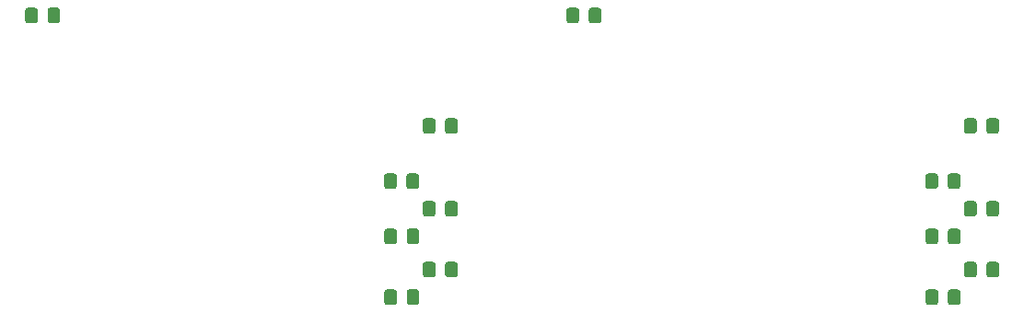
<source format=gtp>
G04 #@! TF.GenerationSoftware,KiCad,Pcbnew,5.1.5+dfsg1-2build2*
G04 #@! TF.CreationDate,2022-06-18T16:31:26+03:00*
G04 #@! TF.ProjectId,pico-panel,7069636f-2d70-4616-9e65-6c2e6b696361,rev?*
G04 #@! TF.SameCoordinates,Original*
G04 #@! TF.FileFunction,Paste,Top*
G04 #@! TF.FilePolarity,Positive*
%FSLAX46Y46*%
G04 Gerber Fmt 4.6, Leading zero omitted, Abs format (unit mm)*
G04 Created by KiCad (PCBNEW 5.1.5+dfsg1-2build2) date 2022-06-18 16:31:26*
%MOMM*%
%LPD*%
G04 APERTURE LIST*
%ADD10C,0.150000*%
G04 APERTURE END LIST*
D10*
G36*
X70701507Y-36147204D02*
G01*
X70725775Y-36150804D01*
X70749574Y-36156765D01*
X70772673Y-36165030D01*
X70794852Y-36175520D01*
X70815895Y-36188132D01*
X70835601Y-36202747D01*
X70853779Y-36219223D01*
X70870255Y-36237401D01*
X70884870Y-36257107D01*
X70897482Y-36278150D01*
X70907972Y-36300329D01*
X70916237Y-36323428D01*
X70922198Y-36347227D01*
X70925798Y-36371495D01*
X70927002Y-36395999D01*
X70927002Y-37296001D01*
X70925798Y-37320505D01*
X70922198Y-37344773D01*
X70916237Y-37368572D01*
X70907972Y-37391671D01*
X70897482Y-37413850D01*
X70884870Y-37434893D01*
X70870255Y-37454599D01*
X70853779Y-37472777D01*
X70835601Y-37489253D01*
X70815895Y-37503868D01*
X70794852Y-37516480D01*
X70772673Y-37526970D01*
X70749574Y-37535235D01*
X70725775Y-37541196D01*
X70701507Y-37544796D01*
X70677003Y-37546000D01*
X70027001Y-37546000D01*
X70002497Y-37544796D01*
X69978229Y-37541196D01*
X69954430Y-37535235D01*
X69931331Y-37526970D01*
X69909152Y-37516480D01*
X69888109Y-37503868D01*
X69868403Y-37489253D01*
X69850225Y-37472777D01*
X69833749Y-37454599D01*
X69819134Y-37434893D01*
X69806522Y-37413850D01*
X69796032Y-37391671D01*
X69787767Y-37368572D01*
X69781806Y-37344773D01*
X69778206Y-37320505D01*
X69777002Y-37296001D01*
X69777002Y-36395999D01*
X69778206Y-36371495D01*
X69781806Y-36347227D01*
X69787767Y-36323428D01*
X69796032Y-36300329D01*
X69806522Y-36278150D01*
X69819134Y-36257107D01*
X69833749Y-36237401D01*
X69850225Y-36219223D01*
X69868403Y-36202747D01*
X69888109Y-36188132D01*
X69909152Y-36175520D01*
X69931331Y-36165030D01*
X69954430Y-36156765D01*
X69978229Y-36150804D01*
X70002497Y-36147204D01*
X70027001Y-36146000D01*
X70677003Y-36146000D01*
X70701507Y-36147204D01*
G37*
G36*
X72751507Y-36147204D02*
G01*
X72775775Y-36150804D01*
X72799574Y-36156765D01*
X72822673Y-36165030D01*
X72844852Y-36175520D01*
X72865895Y-36188132D01*
X72885601Y-36202747D01*
X72903779Y-36219223D01*
X72920255Y-36237401D01*
X72934870Y-36257107D01*
X72947482Y-36278150D01*
X72957972Y-36300329D01*
X72966237Y-36323428D01*
X72972198Y-36347227D01*
X72975798Y-36371495D01*
X72977002Y-36395999D01*
X72977002Y-37296001D01*
X72975798Y-37320505D01*
X72972198Y-37344773D01*
X72966237Y-37368572D01*
X72957972Y-37391671D01*
X72947482Y-37413850D01*
X72934870Y-37434893D01*
X72920255Y-37454599D01*
X72903779Y-37472777D01*
X72885601Y-37489253D01*
X72865895Y-37503868D01*
X72844852Y-37516480D01*
X72822673Y-37526970D01*
X72799574Y-37535235D01*
X72775775Y-37541196D01*
X72751507Y-37544796D01*
X72727003Y-37546000D01*
X72077001Y-37546000D01*
X72052497Y-37544796D01*
X72028229Y-37541196D01*
X72004430Y-37535235D01*
X71981331Y-37526970D01*
X71959152Y-37516480D01*
X71938109Y-37503868D01*
X71918403Y-37489253D01*
X71900225Y-37472777D01*
X71883749Y-37454599D01*
X71869134Y-37434893D01*
X71856522Y-37413850D01*
X71846032Y-37391671D01*
X71837767Y-37368572D01*
X71831806Y-37344773D01*
X71828206Y-37320505D01*
X71827002Y-37296001D01*
X71827002Y-36395999D01*
X71828206Y-36371495D01*
X71831806Y-36347227D01*
X71837767Y-36323428D01*
X71846032Y-36300329D01*
X71856522Y-36278150D01*
X71869134Y-36257107D01*
X71883749Y-36237401D01*
X71900225Y-36219223D01*
X71918403Y-36202747D01*
X71938109Y-36188132D01*
X71959152Y-36175520D01*
X71981331Y-36165030D01*
X72004430Y-36156765D01*
X72028229Y-36150804D01*
X72052497Y-36147204D01*
X72077001Y-36146000D01*
X72727003Y-36146000D01*
X72751507Y-36147204D01*
G37*
G36*
X105771507Y-62055204D02*
G01*
X105795775Y-62058804D01*
X105819574Y-62064765D01*
X105842673Y-62073030D01*
X105864852Y-62083520D01*
X105885895Y-62096132D01*
X105905601Y-62110747D01*
X105923779Y-62127223D01*
X105940255Y-62145401D01*
X105954870Y-62165107D01*
X105967482Y-62186150D01*
X105977972Y-62208329D01*
X105986237Y-62231428D01*
X105992198Y-62255227D01*
X105995798Y-62279495D01*
X105997002Y-62303999D01*
X105997002Y-63204001D01*
X105995798Y-63228505D01*
X105992198Y-63252773D01*
X105986237Y-63276572D01*
X105977972Y-63299671D01*
X105967482Y-63321850D01*
X105954870Y-63342893D01*
X105940255Y-63362599D01*
X105923779Y-63380777D01*
X105905601Y-63397253D01*
X105885895Y-63411868D01*
X105864852Y-63424480D01*
X105842673Y-63434970D01*
X105819574Y-63443235D01*
X105795775Y-63449196D01*
X105771507Y-63452796D01*
X105747003Y-63454000D01*
X105097001Y-63454000D01*
X105072497Y-63452796D01*
X105048229Y-63449196D01*
X105024430Y-63443235D01*
X105001331Y-63434970D01*
X104979152Y-63424480D01*
X104958109Y-63411868D01*
X104938403Y-63397253D01*
X104920225Y-63380777D01*
X104903749Y-63362599D01*
X104889134Y-63342893D01*
X104876522Y-63321850D01*
X104866032Y-63299671D01*
X104857767Y-63276572D01*
X104851806Y-63252773D01*
X104848206Y-63228505D01*
X104847002Y-63204001D01*
X104847002Y-62303999D01*
X104848206Y-62279495D01*
X104851806Y-62255227D01*
X104857767Y-62231428D01*
X104866032Y-62208329D01*
X104876522Y-62186150D01*
X104889134Y-62165107D01*
X104903749Y-62145401D01*
X104920225Y-62127223D01*
X104938403Y-62110747D01*
X104958109Y-62096132D01*
X104979152Y-62083520D01*
X105001331Y-62073030D01*
X105024430Y-62064765D01*
X105048229Y-62058804D01*
X105072497Y-62055204D01*
X105097001Y-62054000D01*
X105747003Y-62054000D01*
X105771507Y-62055204D01*
G37*
G36*
X103721507Y-62055204D02*
G01*
X103745775Y-62058804D01*
X103769574Y-62064765D01*
X103792673Y-62073030D01*
X103814852Y-62083520D01*
X103835895Y-62096132D01*
X103855601Y-62110747D01*
X103873779Y-62127223D01*
X103890255Y-62145401D01*
X103904870Y-62165107D01*
X103917482Y-62186150D01*
X103927972Y-62208329D01*
X103936237Y-62231428D01*
X103942198Y-62255227D01*
X103945798Y-62279495D01*
X103947002Y-62303999D01*
X103947002Y-63204001D01*
X103945798Y-63228505D01*
X103942198Y-63252773D01*
X103936237Y-63276572D01*
X103927972Y-63299671D01*
X103917482Y-63321850D01*
X103904870Y-63342893D01*
X103890255Y-63362599D01*
X103873779Y-63380777D01*
X103855601Y-63397253D01*
X103835895Y-63411868D01*
X103814852Y-63424480D01*
X103792673Y-63434970D01*
X103769574Y-63443235D01*
X103745775Y-63449196D01*
X103721507Y-63452796D01*
X103697003Y-63454000D01*
X103047001Y-63454000D01*
X103022497Y-63452796D01*
X102998229Y-63449196D01*
X102974430Y-63443235D01*
X102951331Y-63434970D01*
X102929152Y-63424480D01*
X102908109Y-63411868D01*
X102888403Y-63397253D01*
X102870225Y-63380777D01*
X102853749Y-63362599D01*
X102839134Y-63342893D01*
X102826522Y-63321850D01*
X102816032Y-63299671D01*
X102807767Y-63276572D01*
X102801806Y-63252773D01*
X102798206Y-63228505D01*
X102797002Y-63204001D01*
X102797002Y-62303999D01*
X102798206Y-62279495D01*
X102801806Y-62255227D01*
X102807767Y-62231428D01*
X102816032Y-62208329D01*
X102826522Y-62186150D01*
X102839134Y-62165107D01*
X102853749Y-62145401D01*
X102870225Y-62127223D01*
X102888403Y-62110747D01*
X102908109Y-62096132D01*
X102929152Y-62083520D01*
X102951331Y-62073030D01*
X102974430Y-62064765D01*
X102998229Y-62058804D01*
X103022497Y-62055204D01*
X103047001Y-62054000D01*
X103697003Y-62054000D01*
X103721507Y-62055204D01*
G37*
G36*
X109318507Y-59515204D02*
G01*
X109342775Y-59518804D01*
X109366574Y-59524765D01*
X109389673Y-59533030D01*
X109411852Y-59543520D01*
X109432895Y-59556132D01*
X109452601Y-59570747D01*
X109470779Y-59587223D01*
X109487255Y-59605401D01*
X109501870Y-59625107D01*
X109514482Y-59646150D01*
X109524972Y-59668329D01*
X109533237Y-59691428D01*
X109539198Y-59715227D01*
X109542798Y-59739495D01*
X109544002Y-59763999D01*
X109544002Y-60664001D01*
X109542798Y-60688505D01*
X109539198Y-60712773D01*
X109533237Y-60736572D01*
X109524972Y-60759671D01*
X109514482Y-60781850D01*
X109501870Y-60802893D01*
X109487255Y-60822599D01*
X109470779Y-60840777D01*
X109452601Y-60857253D01*
X109432895Y-60871868D01*
X109411852Y-60884480D01*
X109389673Y-60894970D01*
X109366574Y-60903235D01*
X109342775Y-60909196D01*
X109318507Y-60912796D01*
X109294003Y-60914000D01*
X108644001Y-60914000D01*
X108619497Y-60912796D01*
X108595229Y-60909196D01*
X108571430Y-60903235D01*
X108548331Y-60894970D01*
X108526152Y-60884480D01*
X108505109Y-60871868D01*
X108485403Y-60857253D01*
X108467225Y-60840777D01*
X108450749Y-60822599D01*
X108436134Y-60802893D01*
X108423522Y-60781850D01*
X108413032Y-60759671D01*
X108404767Y-60736572D01*
X108398806Y-60712773D01*
X108395206Y-60688505D01*
X108394002Y-60664001D01*
X108394002Y-59763999D01*
X108395206Y-59739495D01*
X108398806Y-59715227D01*
X108404767Y-59691428D01*
X108413032Y-59668329D01*
X108423522Y-59646150D01*
X108436134Y-59625107D01*
X108450749Y-59605401D01*
X108467225Y-59587223D01*
X108485403Y-59570747D01*
X108505109Y-59556132D01*
X108526152Y-59543520D01*
X108548331Y-59533030D01*
X108571430Y-59524765D01*
X108595229Y-59518804D01*
X108619497Y-59515204D01*
X108644001Y-59514000D01*
X109294003Y-59514000D01*
X109318507Y-59515204D01*
G37*
G36*
X107268507Y-59515204D02*
G01*
X107292775Y-59518804D01*
X107316574Y-59524765D01*
X107339673Y-59533030D01*
X107361852Y-59543520D01*
X107382895Y-59556132D01*
X107402601Y-59570747D01*
X107420779Y-59587223D01*
X107437255Y-59605401D01*
X107451870Y-59625107D01*
X107464482Y-59646150D01*
X107474972Y-59668329D01*
X107483237Y-59691428D01*
X107489198Y-59715227D01*
X107492798Y-59739495D01*
X107494002Y-59763999D01*
X107494002Y-60664001D01*
X107492798Y-60688505D01*
X107489198Y-60712773D01*
X107483237Y-60736572D01*
X107474972Y-60759671D01*
X107464482Y-60781850D01*
X107451870Y-60802893D01*
X107437255Y-60822599D01*
X107420779Y-60840777D01*
X107402601Y-60857253D01*
X107382895Y-60871868D01*
X107361852Y-60884480D01*
X107339673Y-60894970D01*
X107316574Y-60903235D01*
X107292775Y-60909196D01*
X107268507Y-60912796D01*
X107244003Y-60914000D01*
X106594001Y-60914000D01*
X106569497Y-60912796D01*
X106545229Y-60909196D01*
X106521430Y-60903235D01*
X106498331Y-60894970D01*
X106476152Y-60884480D01*
X106455109Y-60871868D01*
X106435403Y-60857253D01*
X106417225Y-60840777D01*
X106400749Y-60822599D01*
X106386134Y-60802893D01*
X106373522Y-60781850D01*
X106363032Y-60759671D01*
X106354767Y-60736572D01*
X106348806Y-60712773D01*
X106345206Y-60688505D01*
X106344002Y-60664001D01*
X106344002Y-59763999D01*
X106345206Y-59739495D01*
X106348806Y-59715227D01*
X106354767Y-59691428D01*
X106363032Y-59668329D01*
X106373522Y-59646150D01*
X106386134Y-59625107D01*
X106400749Y-59605401D01*
X106417225Y-59587223D01*
X106435403Y-59570747D01*
X106455109Y-59556132D01*
X106476152Y-59543520D01*
X106498331Y-59533030D01*
X106521430Y-59524765D01*
X106545229Y-59518804D01*
X106569497Y-59515204D01*
X106594001Y-59514000D01*
X107244003Y-59514000D01*
X107268507Y-59515204D01*
G37*
G36*
X105771507Y-56467204D02*
G01*
X105795775Y-56470804D01*
X105819574Y-56476765D01*
X105842673Y-56485030D01*
X105864852Y-56495520D01*
X105885895Y-56508132D01*
X105905601Y-56522747D01*
X105923779Y-56539223D01*
X105940255Y-56557401D01*
X105954870Y-56577107D01*
X105967482Y-56598150D01*
X105977972Y-56620329D01*
X105986237Y-56643428D01*
X105992198Y-56667227D01*
X105995798Y-56691495D01*
X105997002Y-56715999D01*
X105997002Y-57616001D01*
X105995798Y-57640505D01*
X105992198Y-57664773D01*
X105986237Y-57688572D01*
X105977972Y-57711671D01*
X105967482Y-57733850D01*
X105954870Y-57754893D01*
X105940255Y-57774599D01*
X105923779Y-57792777D01*
X105905601Y-57809253D01*
X105885895Y-57823868D01*
X105864852Y-57836480D01*
X105842673Y-57846970D01*
X105819574Y-57855235D01*
X105795775Y-57861196D01*
X105771507Y-57864796D01*
X105747003Y-57866000D01*
X105097001Y-57866000D01*
X105072497Y-57864796D01*
X105048229Y-57861196D01*
X105024430Y-57855235D01*
X105001331Y-57846970D01*
X104979152Y-57836480D01*
X104958109Y-57823868D01*
X104938403Y-57809253D01*
X104920225Y-57792777D01*
X104903749Y-57774599D01*
X104889134Y-57754893D01*
X104876522Y-57733850D01*
X104866032Y-57711671D01*
X104857767Y-57688572D01*
X104851806Y-57664773D01*
X104848206Y-57640505D01*
X104847002Y-57616001D01*
X104847002Y-56715999D01*
X104848206Y-56691495D01*
X104851806Y-56667227D01*
X104857767Y-56643428D01*
X104866032Y-56620329D01*
X104876522Y-56598150D01*
X104889134Y-56577107D01*
X104903749Y-56557401D01*
X104920225Y-56539223D01*
X104938403Y-56522747D01*
X104958109Y-56508132D01*
X104979152Y-56495520D01*
X105001331Y-56485030D01*
X105024430Y-56476765D01*
X105048229Y-56470804D01*
X105072497Y-56467204D01*
X105097001Y-56466000D01*
X105747003Y-56466000D01*
X105771507Y-56467204D01*
G37*
G36*
X103721507Y-56467204D02*
G01*
X103745775Y-56470804D01*
X103769574Y-56476765D01*
X103792673Y-56485030D01*
X103814852Y-56495520D01*
X103835895Y-56508132D01*
X103855601Y-56522747D01*
X103873779Y-56539223D01*
X103890255Y-56557401D01*
X103904870Y-56577107D01*
X103917482Y-56598150D01*
X103927972Y-56620329D01*
X103936237Y-56643428D01*
X103942198Y-56667227D01*
X103945798Y-56691495D01*
X103947002Y-56715999D01*
X103947002Y-57616001D01*
X103945798Y-57640505D01*
X103942198Y-57664773D01*
X103936237Y-57688572D01*
X103927972Y-57711671D01*
X103917482Y-57733850D01*
X103904870Y-57754893D01*
X103890255Y-57774599D01*
X103873779Y-57792777D01*
X103855601Y-57809253D01*
X103835895Y-57823868D01*
X103814852Y-57836480D01*
X103792673Y-57846970D01*
X103769574Y-57855235D01*
X103745775Y-57861196D01*
X103721507Y-57864796D01*
X103697003Y-57866000D01*
X103047001Y-57866000D01*
X103022497Y-57864796D01*
X102998229Y-57861196D01*
X102974430Y-57855235D01*
X102951331Y-57846970D01*
X102929152Y-57836480D01*
X102908109Y-57823868D01*
X102888403Y-57809253D01*
X102870225Y-57792777D01*
X102853749Y-57774599D01*
X102839134Y-57754893D01*
X102826522Y-57733850D01*
X102816032Y-57711671D01*
X102807767Y-57688572D01*
X102801806Y-57664773D01*
X102798206Y-57640505D01*
X102797002Y-57616001D01*
X102797002Y-56715999D01*
X102798206Y-56691495D01*
X102801806Y-56667227D01*
X102807767Y-56643428D01*
X102816032Y-56620329D01*
X102826522Y-56598150D01*
X102839134Y-56577107D01*
X102853749Y-56557401D01*
X102870225Y-56539223D01*
X102888403Y-56522747D01*
X102908109Y-56508132D01*
X102929152Y-56495520D01*
X102951331Y-56485030D01*
X102974430Y-56476765D01*
X102998229Y-56470804D01*
X103022497Y-56467204D01*
X103047001Y-56466000D01*
X103697003Y-56466000D01*
X103721507Y-56467204D01*
G37*
G36*
X109309507Y-53927204D02*
G01*
X109333775Y-53930804D01*
X109357574Y-53936765D01*
X109380673Y-53945030D01*
X109402852Y-53955520D01*
X109423895Y-53968132D01*
X109443601Y-53982747D01*
X109461779Y-53999223D01*
X109478255Y-54017401D01*
X109492870Y-54037107D01*
X109505482Y-54058150D01*
X109515972Y-54080329D01*
X109524237Y-54103428D01*
X109530198Y-54127227D01*
X109533798Y-54151495D01*
X109535002Y-54175999D01*
X109535002Y-55076001D01*
X109533798Y-55100505D01*
X109530198Y-55124773D01*
X109524237Y-55148572D01*
X109515972Y-55171671D01*
X109505482Y-55193850D01*
X109492870Y-55214893D01*
X109478255Y-55234599D01*
X109461779Y-55252777D01*
X109443601Y-55269253D01*
X109423895Y-55283868D01*
X109402852Y-55296480D01*
X109380673Y-55306970D01*
X109357574Y-55315235D01*
X109333775Y-55321196D01*
X109309507Y-55324796D01*
X109285003Y-55326000D01*
X108635001Y-55326000D01*
X108610497Y-55324796D01*
X108586229Y-55321196D01*
X108562430Y-55315235D01*
X108539331Y-55306970D01*
X108517152Y-55296480D01*
X108496109Y-55283868D01*
X108476403Y-55269253D01*
X108458225Y-55252777D01*
X108441749Y-55234599D01*
X108427134Y-55214893D01*
X108414522Y-55193850D01*
X108404032Y-55171671D01*
X108395767Y-55148572D01*
X108389806Y-55124773D01*
X108386206Y-55100505D01*
X108385002Y-55076001D01*
X108385002Y-54175999D01*
X108386206Y-54151495D01*
X108389806Y-54127227D01*
X108395767Y-54103428D01*
X108404032Y-54080329D01*
X108414522Y-54058150D01*
X108427134Y-54037107D01*
X108441749Y-54017401D01*
X108458225Y-53999223D01*
X108476403Y-53982747D01*
X108496109Y-53968132D01*
X108517152Y-53955520D01*
X108539331Y-53945030D01*
X108562430Y-53936765D01*
X108586229Y-53930804D01*
X108610497Y-53927204D01*
X108635001Y-53926000D01*
X109285003Y-53926000D01*
X109309507Y-53927204D01*
G37*
G36*
X107259507Y-53927204D02*
G01*
X107283775Y-53930804D01*
X107307574Y-53936765D01*
X107330673Y-53945030D01*
X107352852Y-53955520D01*
X107373895Y-53968132D01*
X107393601Y-53982747D01*
X107411779Y-53999223D01*
X107428255Y-54017401D01*
X107442870Y-54037107D01*
X107455482Y-54058150D01*
X107465972Y-54080329D01*
X107474237Y-54103428D01*
X107480198Y-54127227D01*
X107483798Y-54151495D01*
X107485002Y-54175999D01*
X107485002Y-55076001D01*
X107483798Y-55100505D01*
X107480198Y-55124773D01*
X107474237Y-55148572D01*
X107465972Y-55171671D01*
X107455482Y-55193850D01*
X107442870Y-55214893D01*
X107428255Y-55234599D01*
X107411779Y-55252777D01*
X107393601Y-55269253D01*
X107373895Y-55283868D01*
X107352852Y-55296480D01*
X107330673Y-55306970D01*
X107307574Y-55315235D01*
X107283775Y-55321196D01*
X107259507Y-55324796D01*
X107235003Y-55326000D01*
X106585001Y-55326000D01*
X106560497Y-55324796D01*
X106536229Y-55321196D01*
X106512430Y-55315235D01*
X106489331Y-55306970D01*
X106467152Y-55296480D01*
X106446109Y-55283868D01*
X106426403Y-55269253D01*
X106408225Y-55252777D01*
X106391749Y-55234599D01*
X106377134Y-55214893D01*
X106364522Y-55193850D01*
X106354032Y-55171671D01*
X106345767Y-55148572D01*
X106339806Y-55124773D01*
X106336206Y-55100505D01*
X106335002Y-55076001D01*
X106335002Y-54175999D01*
X106336206Y-54151495D01*
X106339806Y-54127227D01*
X106345767Y-54103428D01*
X106354032Y-54080329D01*
X106364522Y-54058150D01*
X106377134Y-54037107D01*
X106391749Y-54017401D01*
X106408225Y-53999223D01*
X106426403Y-53982747D01*
X106446109Y-53968132D01*
X106467152Y-53955520D01*
X106489331Y-53945030D01*
X106512430Y-53936765D01*
X106536229Y-53930804D01*
X106560497Y-53927204D01*
X106585001Y-53926000D01*
X107235003Y-53926000D01*
X107259507Y-53927204D01*
G37*
G36*
X105753507Y-51387204D02*
G01*
X105777775Y-51390804D01*
X105801574Y-51396765D01*
X105824673Y-51405030D01*
X105846852Y-51415520D01*
X105867895Y-51428132D01*
X105887601Y-51442747D01*
X105905779Y-51459223D01*
X105922255Y-51477401D01*
X105936870Y-51497107D01*
X105949482Y-51518150D01*
X105959972Y-51540329D01*
X105968237Y-51563428D01*
X105974198Y-51587227D01*
X105977798Y-51611495D01*
X105979002Y-51635999D01*
X105979002Y-52536001D01*
X105977798Y-52560505D01*
X105974198Y-52584773D01*
X105968237Y-52608572D01*
X105959972Y-52631671D01*
X105949482Y-52653850D01*
X105936870Y-52674893D01*
X105922255Y-52694599D01*
X105905779Y-52712777D01*
X105887601Y-52729253D01*
X105867895Y-52743868D01*
X105846852Y-52756480D01*
X105824673Y-52766970D01*
X105801574Y-52775235D01*
X105777775Y-52781196D01*
X105753507Y-52784796D01*
X105729003Y-52786000D01*
X105079001Y-52786000D01*
X105054497Y-52784796D01*
X105030229Y-52781196D01*
X105006430Y-52775235D01*
X104983331Y-52766970D01*
X104961152Y-52756480D01*
X104940109Y-52743868D01*
X104920403Y-52729253D01*
X104902225Y-52712777D01*
X104885749Y-52694599D01*
X104871134Y-52674893D01*
X104858522Y-52653850D01*
X104848032Y-52631671D01*
X104839767Y-52608572D01*
X104833806Y-52584773D01*
X104830206Y-52560505D01*
X104829002Y-52536001D01*
X104829002Y-51635999D01*
X104830206Y-51611495D01*
X104833806Y-51587227D01*
X104839767Y-51563428D01*
X104848032Y-51540329D01*
X104858522Y-51518150D01*
X104871134Y-51497107D01*
X104885749Y-51477401D01*
X104902225Y-51459223D01*
X104920403Y-51442747D01*
X104940109Y-51428132D01*
X104961152Y-51415520D01*
X104983331Y-51405030D01*
X105006430Y-51396765D01*
X105030229Y-51390804D01*
X105054497Y-51387204D01*
X105079001Y-51386000D01*
X105729003Y-51386000D01*
X105753507Y-51387204D01*
G37*
G36*
X103703507Y-51387204D02*
G01*
X103727775Y-51390804D01*
X103751574Y-51396765D01*
X103774673Y-51405030D01*
X103796852Y-51415520D01*
X103817895Y-51428132D01*
X103837601Y-51442747D01*
X103855779Y-51459223D01*
X103872255Y-51477401D01*
X103886870Y-51497107D01*
X103899482Y-51518150D01*
X103909972Y-51540329D01*
X103918237Y-51563428D01*
X103924198Y-51587227D01*
X103927798Y-51611495D01*
X103929002Y-51635999D01*
X103929002Y-52536001D01*
X103927798Y-52560505D01*
X103924198Y-52584773D01*
X103918237Y-52608572D01*
X103909972Y-52631671D01*
X103899482Y-52653850D01*
X103886870Y-52674893D01*
X103872255Y-52694599D01*
X103855779Y-52712777D01*
X103837601Y-52729253D01*
X103817895Y-52743868D01*
X103796852Y-52756480D01*
X103774673Y-52766970D01*
X103751574Y-52775235D01*
X103727775Y-52781196D01*
X103703507Y-52784796D01*
X103679003Y-52786000D01*
X103029001Y-52786000D01*
X103004497Y-52784796D01*
X102980229Y-52781196D01*
X102956430Y-52775235D01*
X102933331Y-52766970D01*
X102911152Y-52756480D01*
X102890109Y-52743868D01*
X102870403Y-52729253D01*
X102852225Y-52712777D01*
X102835749Y-52694599D01*
X102821134Y-52674893D01*
X102808522Y-52653850D01*
X102798032Y-52631671D01*
X102789767Y-52608572D01*
X102783806Y-52584773D01*
X102780206Y-52560505D01*
X102779002Y-52536001D01*
X102779002Y-51635999D01*
X102780206Y-51611495D01*
X102783806Y-51587227D01*
X102789767Y-51563428D01*
X102798032Y-51540329D01*
X102808522Y-51518150D01*
X102821134Y-51497107D01*
X102835749Y-51477401D01*
X102852225Y-51459223D01*
X102870403Y-51442747D01*
X102890109Y-51428132D01*
X102911152Y-51415520D01*
X102933331Y-51405030D01*
X102956430Y-51396765D01*
X102980229Y-51390804D01*
X103004497Y-51387204D01*
X103029001Y-51386000D01*
X103679003Y-51386000D01*
X103703507Y-51387204D01*
G37*
G36*
X109309507Y-46307204D02*
G01*
X109333775Y-46310804D01*
X109357574Y-46316765D01*
X109380673Y-46325030D01*
X109402852Y-46335520D01*
X109423895Y-46348132D01*
X109443601Y-46362747D01*
X109461779Y-46379223D01*
X109478255Y-46397401D01*
X109492870Y-46417107D01*
X109505482Y-46438150D01*
X109515972Y-46460329D01*
X109524237Y-46483428D01*
X109530198Y-46507227D01*
X109533798Y-46531495D01*
X109535002Y-46555999D01*
X109535002Y-47456001D01*
X109533798Y-47480505D01*
X109530198Y-47504773D01*
X109524237Y-47528572D01*
X109515972Y-47551671D01*
X109505482Y-47573850D01*
X109492870Y-47594893D01*
X109478255Y-47614599D01*
X109461779Y-47632777D01*
X109443601Y-47649253D01*
X109423895Y-47663868D01*
X109402852Y-47676480D01*
X109380673Y-47686970D01*
X109357574Y-47695235D01*
X109333775Y-47701196D01*
X109309507Y-47704796D01*
X109285003Y-47706000D01*
X108635001Y-47706000D01*
X108610497Y-47704796D01*
X108586229Y-47701196D01*
X108562430Y-47695235D01*
X108539331Y-47686970D01*
X108517152Y-47676480D01*
X108496109Y-47663868D01*
X108476403Y-47649253D01*
X108458225Y-47632777D01*
X108441749Y-47614599D01*
X108427134Y-47594893D01*
X108414522Y-47573850D01*
X108404032Y-47551671D01*
X108395767Y-47528572D01*
X108389806Y-47504773D01*
X108386206Y-47480505D01*
X108385002Y-47456001D01*
X108385002Y-46555999D01*
X108386206Y-46531495D01*
X108389806Y-46507227D01*
X108395767Y-46483428D01*
X108404032Y-46460329D01*
X108414522Y-46438150D01*
X108427134Y-46417107D01*
X108441749Y-46397401D01*
X108458225Y-46379223D01*
X108476403Y-46362747D01*
X108496109Y-46348132D01*
X108517152Y-46335520D01*
X108539331Y-46325030D01*
X108562430Y-46316765D01*
X108586229Y-46310804D01*
X108610497Y-46307204D01*
X108635001Y-46306000D01*
X109285003Y-46306000D01*
X109309507Y-46307204D01*
G37*
G36*
X107259507Y-46307204D02*
G01*
X107283775Y-46310804D01*
X107307574Y-46316765D01*
X107330673Y-46325030D01*
X107352852Y-46335520D01*
X107373895Y-46348132D01*
X107393601Y-46362747D01*
X107411779Y-46379223D01*
X107428255Y-46397401D01*
X107442870Y-46417107D01*
X107455482Y-46438150D01*
X107465972Y-46460329D01*
X107474237Y-46483428D01*
X107480198Y-46507227D01*
X107483798Y-46531495D01*
X107485002Y-46555999D01*
X107485002Y-47456001D01*
X107483798Y-47480505D01*
X107480198Y-47504773D01*
X107474237Y-47528572D01*
X107465972Y-47551671D01*
X107455482Y-47573850D01*
X107442870Y-47594893D01*
X107428255Y-47614599D01*
X107411779Y-47632777D01*
X107393601Y-47649253D01*
X107373895Y-47663868D01*
X107352852Y-47676480D01*
X107330673Y-47686970D01*
X107307574Y-47695235D01*
X107283775Y-47701196D01*
X107259507Y-47704796D01*
X107235003Y-47706000D01*
X106585001Y-47706000D01*
X106560497Y-47704796D01*
X106536229Y-47701196D01*
X106512430Y-47695235D01*
X106489331Y-47686970D01*
X106467152Y-47676480D01*
X106446109Y-47663868D01*
X106426403Y-47649253D01*
X106408225Y-47632777D01*
X106391749Y-47614599D01*
X106377134Y-47594893D01*
X106364522Y-47573850D01*
X106354032Y-47551671D01*
X106345767Y-47528572D01*
X106339806Y-47504773D01*
X106336206Y-47480505D01*
X106335002Y-47456001D01*
X106335002Y-46555999D01*
X106336206Y-46531495D01*
X106339806Y-46507227D01*
X106345767Y-46483428D01*
X106354032Y-46460329D01*
X106364522Y-46438150D01*
X106377134Y-46417107D01*
X106391749Y-46397401D01*
X106408225Y-46379223D01*
X106426403Y-46362747D01*
X106446109Y-46348132D01*
X106467152Y-46335520D01*
X106489331Y-46325030D01*
X106512430Y-46316765D01*
X106536229Y-46310804D01*
X106560497Y-46307204D01*
X106585001Y-46306000D01*
X107235003Y-46306000D01*
X107259507Y-46307204D01*
G37*
G36*
X20933505Y-36147204D02*
G01*
X20957773Y-36150804D01*
X20981572Y-36156765D01*
X21004671Y-36165030D01*
X21026850Y-36175520D01*
X21047893Y-36188132D01*
X21067599Y-36202747D01*
X21085777Y-36219223D01*
X21102253Y-36237401D01*
X21116868Y-36257107D01*
X21129480Y-36278150D01*
X21139970Y-36300329D01*
X21148235Y-36323428D01*
X21154196Y-36347227D01*
X21157796Y-36371495D01*
X21159000Y-36395999D01*
X21159000Y-37296001D01*
X21157796Y-37320505D01*
X21154196Y-37344773D01*
X21148235Y-37368572D01*
X21139970Y-37391671D01*
X21129480Y-37413850D01*
X21116868Y-37434893D01*
X21102253Y-37454599D01*
X21085777Y-37472777D01*
X21067599Y-37489253D01*
X21047893Y-37503868D01*
X21026850Y-37516480D01*
X21004671Y-37526970D01*
X20981572Y-37535235D01*
X20957773Y-37541196D01*
X20933505Y-37544796D01*
X20909001Y-37546000D01*
X20258999Y-37546000D01*
X20234495Y-37544796D01*
X20210227Y-37541196D01*
X20186428Y-37535235D01*
X20163329Y-37526970D01*
X20141150Y-37516480D01*
X20120107Y-37503868D01*
X20100401Y-37489253D01*
X20082223Y-37472777D01*
X20065747Y-37454599D01*
X20051132Y-37434893D01*
X20038520Y-37413850D01*
X20028030Y-37391671D01*
X20019765Y-37368572D01*
X20013804Y-37344773D01*
X20010204Y-37320505D01*
X20009000Y-37296001D01*
X20009000Y-36395999D01*
X20010204Y-36371495D01*
X20013804Y-36347227D01*
X20019765Y-36323428D01*
X20028030Y-36300329D01*
X20038520Y-36278150D01*
X20051132Y-36257107D01*
X20065747Y-36237401D01*
X20082223Y-36219223D01*
X20100401Y-36202747D01*
X20120107Y-36188132D01*
X20141150Y-36175520D01*
X20163329Y-36165030D01*
X20186428Y-36156765D01*
X20210227Y-36150804D01*
X20234495Y-36147204D01*
X20258999Y-36146000D01*
X20909001Y-36146000D01*
X20933505Y-36147204D01*
G37*
G36*
X22983505Y-36147204D02*
G01*
X23007773Y-36150804D01*
X23031572Y-36156765D01*
X23054671Y-36165030D01*
X23076850Y-36175520D01*
X23097893Y-36188132D01*
X23117599Y-36202747D01*
X23135777Y-36219223D01*
X23152253Y-36237401D01*
X23166868Y-36257107D01*
X23179480Y-36278150D01*
X23189970Y-36300329D01*
X23198235Y-36323428D01*
X23204196Y-36347227D01*
X23207796Y-36371495D01*
X23209000Y-36395999D01*
X23209000Y-37296001D01*
X23207796Y-37320505D01*
X23204196Y-37344773D01*
X23198235Y-37368572D01*
X23189970Y-37391671D01*
X23179480Y-37413850D01*
X23166868Y-37434893D01*
X23152253Y-37454599D01*
X23135777Y-37472777D01*
X23117599Y-37489253D01*
X23097893Y-37503868D01*
X23076850Y-37516480D01*
X23054671Y-37526970D01*
X23031572Y-37535235D01*
X23007773Y-37541196D01*
X22983505Y-37544796D01*
X22959001Y-37546000D01*
X22308999Y-37546000D01*
X22284495Y-37544796D01*
X22260227Y-37541196D01*
X22236428Y-37535235D01*
X22213329Y-37526970D01*
X22191150Y-37516480D01*
X22170107Y-37503868D01*
X22150401Y-37489253D01*
X22132223Y-37472777D01*
X22115747Y-37454599D01*
X22101132Y-37434893D01*
X22088520Y-37413850D01*
X22078030Y-37391671D01*
X22069765Y-37368572D01*
X22063804Y-37344773D01*
X22060204Y-37320505D01*
X22059000Y-37296001D01*
X22059000Y-36395999D01*
X22060204Y-36371495D01*
X22063804Y-36347227D01*
X22069765Y-36323428D01*
X22078030Y-36300329D01*
X22088520Y-36278150D01*
X22101132Y-36257107D01*
X22115747Y-36237401D01*
X22132223Y-36219223D01*
X22150401Y-36202747D01*
X22170107Y-36188132D01*
X22191150Y-36175520D01*
X22213329Y-36165030D01*
X22236428Y-36156765D01*
X22260227Y-36150804D01*
X22284495Y-36147204D01*
X22308999Y-36146000D01*
X22959001Y-36146000D01*
X22983505Y-36147204D01*
G37*
G36*
X56003505Y-62055204D02*
G01*
X56027773Y-62058804D01*
X56051572Y-62064765D01*
X56074671Y-62073030D01*
X56096850Y-62083520D01*
X56117893Y-62096132D01*
X56137599Y-62110747D01*
X56155777Y-62127223D01*
X56172253Y-62145401D01*
X56186868Y-62165107D01*
X56199480Y-62186150D01*
X56209970Y-62208329D01*
X56218235Y-62231428D01*
X56224196Y-62255227D01*
X56227796Y-62279495D01*
X56229000Y-62303999D01*
X56229000Y-63204001D01*
X56227796Y-63228505D01*
X56224196Y-63252773D01*
X56218235Y-63276572D01*
X56209970Y-63299671D01*
X56199480Y-63321850D01*
X56186868Y-63342893D01*
X56172253Y-63362599D01*
X56155777Y-63380777D01*
X56137599Y-63397253D01*
X56117893Y-63411868D01*
X56096850Y-63424480D01*
X56074671Y-63434970D01*
X56051572Y-63443235D01*
X56027773Y-63449196D01*
X56003505Y-63452796D01*
X55979001Y-63454000D01*
X55328999Y-63454000D01*
X55304495Y-63452796D01*
X55280227Y-63449196D01*
X55256428Y-63443235D01*
X55233329Y-63434970D01*
X55211150Y-63424480D01*
X55190107Y-63411868D01*
X55170401Y-63397253D01*
X55152223Y-63380777D01*
X55135747Y-63362599D01*
X55121132Y-63342893D01*
X55108520Y-63321850D01*
X55098030Y-63299671D01*
X55089765Y-63276572D01*
X55083804Y-63252773D01*
X55080204Y-63228505D01*
X55079000Y-63204001D01*
X55079000Y-62303999D01*
X55080204Y-62279495D01*
X55083804Y-62255227D01*
X55089765Y-62231428D01*
X55098030Y-62208329D01*
X55108520Y-62186150D01*
X55121132Y-62165107D01*
X55135747Y-62145401D01*
X55152223Y-62127223D01*
X55170401Y-62110747D01*
X55190107Y-62096132D01*
X55211150Y-62083520D01*
X55233329Y-62073030D01*
X55256428Y-62064765D01*
X55280227Y-62058804D01*
X55304495Y-62055204D01*
X55328999Y-62054000D01*
X55979001Y-62054000D01*
X56003505Y-62055204D01*
G37*
G36*
X53953505Y-62055204D02*
G01*
X53977773Y-62058804D01*
X54001572Y-62064765D01*
X54024671Y-62073030D01*
X54046850Y-62083520D01*
X54067893Y-62096132D01*
X54087599Y-62110747D01*
X54105777Y-62127223D01*
X54122253Y-62145401D01*
X54136868Y-62165107D01*
X54149480Y-62186150D01*
X54159970Y-62208329D01*
X54168235Y-62231428D01*
X54174196Y-62255227D01*
X54177796Y-62279495D01*
X54179000Y-62303999D01*
X54179000Y-63204001D01*
X54177796Y-63228505D01*
X54174196Y-63252773D01*
X54168235Y-63276572D01*
X54159970Y-63299671D01*
X54149480Y-63321850D01*
X54136868Y-63342893D01*
X54122253Y-63362599D01*
X54105777Y-63380777D01*
X54087599Y-63397253D01*
X54067893Y-63411868D01*
X54046850Y-63424480D01*
X54024671Y-63434970D01*
X54001572Y-63443235D01*
X53977773Y-63449196D01*
X53953505Y-63452796D01*
X53929001Y-63454000D01*
X53278999Y-63454000D01*
X53254495Y-63452796D01*
X53230227Y-63449196D01*
X53206428Y-63443235D01*
X53183329Y-63434970D01*
X53161150Y-63424480D01*
X53140107Y-63411868D01*
X53120401Y-63397253D01*
X53102223Y-63380777D01*
X53085747Y-63362599D01*
X53071132Y-63342893D01*
X53058520Y-63321850D01*
X53048030Y-63299671D01*
X53039765Y-63276572D01*
X53033804Y-63252773D01*
X53030204Y-63228505D01*
X53029000Y-63204001D01*
X53029000Y-62303999D01*
X53030204Y-62279495D01*
X53033804Y-62255227D01*
X53039765Y-62231428D01*
X53048030Y-62208329D01*
X53058520Y-62186150D01*
X53071132Y-62165107D01*
X53085747Y-62145401D01*
X53102223Y-62127223D01*
X53120401Y-62110747D01*
X53140107Y-62096132D01*
X53161150Y-62083520D01*
X53183329Y-62073030D01*
X53206428Y-62064765D01*
X53230227Y-62058804D01*
X53254495Y-62055204D01*
X53278999Y-62054000D01*
X53929001Y-62054000D01*
X53953505Y-62055204D01*
G37*
G36*
X59550505Y-59515204D02*
G01*
X59574773Y-59518804D01*
X59598572Y-59524765D01*
X59621671Y-59533030D01*
X59643850Y-59543520D01*
X59664893Y-59556132D01*
X59684599Y-59570747D01*
X59702777Y-59587223D01*
X59719253Y-59605401D01*
X59733868Y-59625107D01*
X59746480Y-59646150D01*
X59756970Y-59668329D01*
X59765235Y-59691428D01*
X59771196Y-59715227D01*
X59774796Y-59739495D01*
X59776000Y-59763999D01*
X59776000Y-60664001D01*
X59774796Y-60688505D01*
X59771196Y-60712773D01*
X59765235Y-60736572D01*
X59756970Y-60759671D01*
X59746480Y-60781850D01*
X59733868Y-60802893D01*
X59719253Y-60822599D01*
X59702777Y-60840777D01*
X59684599Y-60857253D01*
X59664893Y-60871868D01*
X59643850Y-60884480D01*
X59621671Y-60894970D01*
X59598572Y-60903235D01*
X59574773Y-60909196D01*
X59550505Y-60912796D01*
X59526001Y-60914000D01*
X58875999Y-60914000D01*
X58851495Y-60912796D01*
X58827227Y-60909196D01*
X58803428Y-60903235D01*
X58780329Y-60894970D01*
X58758150Y-60884480D01*
X58737107Y-60871868D01*
X58717401Y-60857253D01*
X58699223Y-60840777D01*
X58682747Y-60822599D01*
X58668132Y-60802893D01*
X58655520Y-60781850D01*
X58645030Y-60759671D01*
X58636765Y-60736572D01*
X58630804Y-60712773D01*
X58627204Y-60688505D01*
X58626000Y-60664001D01*
X58626000Y-59763999D01*
X58627204Y-59739495D01*
X58630804Y-59715227D01*
X58636765Y-59691428D01*
X58645030Y-59668329D01*
X58655520Y-59646150D01*
X58668132Y-59625107D01*
X58682747Y-59605401D01*
X58699223Y-59587223D01*
X58717401Y-59570747D01*
X58737107Y-59556132D01*
X58758150Y-59543520D01*
X58780329Y-59533030D01*
X58803428Y-59524765D01*
X58827227Y-59518804D01*
X58851495Y-59515204D01*
X58875999Y-59514000D01*
X59526001Y-59514000D01*
X59550505Y-59515204D01*
G37*
G36*
X57500505Y-59515204D02*
G01*
X57524773Y-59518804D01*
X57548572Y-59524765D01*
X57571671Y-59533030D01*
X57593850Y-59543520D01*
X57614893Y-59556132D01*
X57634599Y-59570747D01*
X57652777Y-59587223D01*
X57669253Y-59605401D01*
X57683868Y-59625107D01*
X57696480Y-59646150D01*
X57706970Y-59668329D01*
X57715235Y-59691428D01*
X57721196Y-59715227D01*
X57724796Y-59739495D01*
X57726000Y-59763999D01*
X57726000Y-60664001D01*
X57724796Y-60688505D01*
X57721196Y-60712773D01*
X57715235Y-60736572D01*
X57706970Y-60759671D01*
X57696480Y-60781850D01*
X57683868Y-60802893D01*
X57669253Y-60822599D01*
X57652777Y-60840777D01*
X57634599Y-60857253D01*
X57614893Y-60871868D01*
X57593850Y-60884480D01*
X57571671Y-60894970D01*
X57548572Y-60903235D01*
X57524773Y-60909196D01*
X57500505Y-60912796D01*
X57476001Y-60914000D01*
X56825999Y-60914000D01*
X56801495Y-60912796D01*
X56777227Y-60909196D01*
X56753428Y-60903235D01*
X56730329Y-60894970D01*
X56708150Y-60884480D01*
X56687107Y-60871868D01*
X56667401Y-60857253D01*
X56649223Y-60840777D01*
X56632747Y-60822599D01*
X56618132Y-60802893D01*
X56605520Y-60781850D01*
X56595030Y-60759671D01*
X56586765Y-60736572D01*
X56580804Y-60712773D01*
X56577204Y-60688505D01*
X56576000Y-60664001D01*
X56576000Y-59763999D01*
X56577204Y-59739495D01*
X56580804Y-59715227D01*
X56586765Y-59691428D01*
X56595030Y-59668329D01*
X56605520Y-59646150D01*
X56618132Y-59625107D01*
X56632747Y-59605401D01*
X56649223Y-59587223D01*
X56667401Y-59570747D01*
X56687107Y-59556132D01*
X56708150Y-59543520D01*
X56730329Y-59533030D01*
X56753428Y-59524765D01*
X56777227Y-59518804D01*
X56801495Y-59515204D01*
X56825999Y-59514000D01*
X57476001Y-59514000D01*
X57500505Y-59515204D01*
G37*
G36*
X56003505Y-56467204D02*
G01*
X56027773Y-56470804D01*
X56051572Y-56476765D01*
X56074671Y-56485030D01*
X56096850Y-56495520D01*
X56117893Y-56508132D01*
X56137599Y-56522747D01*
X56155777Y-56539223D01*
X56172253Y-56557401D01*
X56186868Y-56577107D01*
X56199480Y-56598150D01*
X56209970Y-56620329D01*
X56218235Y-56643428D01*
X56224196Y-56667227D01*
X56227796Y-56691495D01*
X56229000Y-56715999D01*
X56229000Y-57616001D01*
X56227796Y-57640505D01*
X56224196Y-57664773D01*
X56218235Y-57688572D01*
X56209970Y-57711671D01*
X56199480Y-57733850D01*
X56186868Y-57754893D01*
X56172253Y-57774599D01*
X56155777Y-57792777D01*
X56137599Y-57809253D01*
X56117893Y-57823868D01*
X56096850Y-57836480D01*
X56074671Y-57846970D01*
X56051572Y-57855235D01*
X56027773Y-57861196D01*
X56003505Y-57864796D01*
X55979001Y-57866000D01*
X55328999Y-57866000D01*
X55304495Y-57864796D01*
X55280227Y-57861196D01*
X55256428Y-57855235D01*
X55233329Y-57846970D01*
X55211150Y-57836480D01*
X55190107Y-57823868D01*
X55170401Y-57809253D01*
X55152223Y-57792777D01*
X55135747Y-57774599D01*
X55121132Y-57754893D01*
X55108520Y-57733850D01*
X55098030Y-57711671D01*
X55089765Y-57688572D01*
X55083804Y-57664773D01*
X55080204Y-57640505D01*
X55079000Y-57616001D01*
X55079000Y-56715999D01*
X55080204Y-56691495D01*
X55083804Y-56667227D01*
X55089765Y-56643428D01*
X55098030Y-56620329D01*
X55108520Y-56598150D01*
X55121132Y-56577107D01*
X55135747Y-56557401D01*
X55152223Y-56539223D01*
X55170401Y-56522747D01*
X55190107Y-56508132D01*
X55211150Y-56495520D01*
X55233329Y-56485030D01*
X55256428Y-56476765D01*
X55280227Y-56470804D01*
X55304495Y-56467204D01*
X55328999Y-56466000D01*
X55979001Y-56466000D01*
X56003505Y-56467204D01*
G37*
G36*
X53953505Y-56467204D02*
G01*
X53977773Y-56470804D01*
X54001572Y-56476765D01*
X54024671Y-56485030D01*
X54046850Y-56495520D01*
X54067893Y-56508132D01*
X54087599Y-56522747D01*
X54105777Y-56539223D01*
X54122253Y-56557401D01*
X54136868Y-56577107D01*
X54149480Y-56598150D01*
X54159970Y-56620329D01*
X54168235Y-56643428D01*
X54174196Y-56667227D01*
X54177796Y-56691495D01*
X54179000Y-56715999D01*
X54179000Y-57616001D01*
X54177796Y-57640505D01*
X54174196Y-57664773D01*
X54168235Y-57688572D01*
X54159970Y-57711671D01*
X54149480Y-57733850D01*
X54136868Y-57754893D01*
X54122253Y-57774599D01*
X54105777Y-57792777D01*
X54087599Y-57809253D01*
X54067893Y-57823868D01*
X54046850Y-57836480D01*
X54024671Y-57846970D01*
X54001572Y-57855235D01*
X53977773Y-57861196D01*
X53953505Y-57864796D01*
X53929001Y-57866000D01*
X53278999Y-57866000D01*
X53254495Y-57864796D01*
X53230227Y-57861196D01*
X53206428Y-57855235D01*
X53183329Y-57846970D01*
X53161150Y-57836480D01*
X53140107Y-57823868D01*
X53120401Y-57809253D01*
X53102223Y-57792777D01*
X53085747Y-57774599D01*
X53071132Y-57754893D01*
X53058520Y-57733850D01*
X53048030Y-57711671D01*
X53039765Y-57688572D01*
X53033804Y-57664773D01*
X53030204Y-57640505D01*
X53029000Y-57616001D01*
X53029000Y-56715999D01*
X53030204Y-56691495D01*
X53033804Y-56667227D01*
X53039765Y-56643428D01*
X53048030Y-56620329D01*
X53058520Y-56598150D01*
X53071132Y-56577107D01*
X53085747Y-56557401D01*
X53102223Y-56539223D01*
X53120401Y-56522747D01*
X53140107Y-56508132D01*
X53161150Y-56495520D01*
X53183329Y-56485030D01*
X53206428Y-56476765D01*
X53230227Y-56470804D01*
X53254495Y-56467204D01*
X53278999Y-56466000D01*
X53929001Y-56466000D01*
X53953505Y-56467204D01*
G37*
G36*
X59541505Y-53927204D02*
G01*
X59565773Y-53930804D01*
X59589572Y-53936765D01*
X59612671Y-53945030D01*
X59634850Y-53955520D01*
X59655893Y-53968132D01*
X59675599Y-53982747D01*
X59693777Y-53999223D01*
X59710253Y-54017401D01*
X59724868Y-54037107D01*
X59737480Y-54058150D01*
X59747970Y-54080329D01*
X59756235Y-54103428D01*
X59762196Y-54127227D01*
X59765796Y-54151495D01*
X59767000Y-54175999D01*
X59767000Y-55076001D01*
X59765796Y-55100505D01*
X59762196Y-55124773D01*
X59756235Y-55148572D01*
X59747970Y-55171671D01*
X59737480Y-55193850D01*
X59724868Y-55214893D01*
X59710253Y-55234599D01*
X59693777Y-55252777D01*
X59675599Y-55269253D01*
X59655893Y-55283868D01*
X59634850Y-55296480D01*
X59612671Y-55306970D01*
X59589572Y-55315235D01*
X59565773Y-55321196D01*
X59541505Y-55324796D01*
X59517001Y-55326000D01*
X58866999Y-55326000D01*
X58842495Y-55324796D01*
X58818227Y-55321196D01*
X58794428Y-55315235D01*
X58771329Y-55306970D01*
X58749150Y-55296480D01*
X58728107Y-55283868D01*
X58708401Y-55269253D01*
X58690223Y-55252777D01*
X58673747Y-55234599D01*
X58659132Y-55214893D01*
X58646520Y-55193850D01*
X58636030Y-55171671D01*
X58627765Y-55148572D01*
X58621804Y-55124773D01*
X58618204Y-55100505D01*
X58617000Y-55076001D01*
X58617000Y-54175999D01*
X58618204Y-54151495D01*
X58621804Y-54127227D01*
X58627765Y-54103428D01*
X58636030Y-54080329D01*
X58646520Y-54058150D01*
X58659132Y-54037107D01*
X58673747Y-54017401D01*
X58690223Y-53999223D01*
X58708401Y-53982747D01*
X58728107Y-53968132D01*
X58749150Y-53955520D01*
X58771329Y-53945030D01*
X58794428Y-53936765D01*
X58818227Y-53930804D01*
X58842495Y-53927204D01*
X58866999Y-53926000D01*
X59517001Y-53926000D01*
X59541505Y-53927204D01*
G37*
G36*
X57491505Y-53927204D02*
G01*
X57515773Y-53930804D01*
X57539572Y-53936765D01*
X57562671Y-53945030D01*
X57584850Y-53955520D01*
X57605893Y-53968132D01*
X57625599Y-53982747D01*
X57643777Y-53999223D01*
X57660253Y-54017401D01*
X57674868Y-54037107D01*
X57687480Y-54058150D01*
X57697970Y-54080329D01*
X57706235Y-54103428D01*
X57712196Y-54127227D01*
X57715796Y-54151495D01*
X57717000Y-54175999D01*
X57717000Y-55076001D01*
X57715796Y-55100505D01*
X57712196Y-55124773D01*
X57706235Y-55148572D01*
X57697970Y-55171671D01*
X57687480Y-55193850D01*
X57674868Y-55214893D01*
X57660253Y-55234599D01*
X57643777Y-55252777D01*
X57625599Y-55269253D01*
X57605893Y-55283868D01*
X57584850Y-55296480D01*
X57562671Y-55306970D01*
X57539572Y-55315235D01*
X57515773Y-55321196D01*
X57491505Y-55324796D01*
X57467001Y-55326000D01*
X56816999Y-55326000D01*
X56792495Y-55324796D01*
X56768227Y-55321196D01*
X56744428Y-55315235D01*
X56721329Y-55306970D01*
X56699150Y-55296480D01*
X56678107Y-55283868D01*
X56658401Y-55269253D01*
X56640223Y-55252777D01*
X56623747Y-55234599D01*
X56609132Y-55214893D01*
X56596520Y-55193850D01*
X56586030Y-55171671D01*
X56577765Y-55148572D01*
X56571804Y-55124773D01*
X56568204Y-55100505D01*
X56567000Y-55076001D01*
X56567000Y-54175999D01*
X56568204Y-54151495D01*
X56571804Y-54127227D01*
X56577765Y-54103428D01*
X56586030Y-54080329D01*
X56596520Y-54058150D01*
X56609132Y-54037107D01*
X56623747Y-54017401D01*
X56640223Y-53999223D01*
X56658401Y-53982747D01*
X56678107Y-53968132D01*
X56699150Y-53955520D01*
X56721329Y-53945030D01*
X56744428Y-53936765D01*
X56768227Y-53930804D01*
X56792495Y-53927204D01*
X56816999Y-53926000D01*
X57467001Y-53926000D01*
X57491505Y-53927204D01*
G37*
G36*
X55985505Y-51387204D02*
G01*
X56009773Y-51390804D01*
X56033572Y-51396765D01*
X56056671Y-51405030D01*
X56078850Y-51415520D01*
X56099893Y-51428132D01*
X56119599Y-51442747D01*
X56137777Y-51459223D01*
X56154253Y-51477401D01*
X56168868Y-51497107D01*
X56181480Y-51518150D01*
X56191970Y-51540329D01*
X56200235Y-51563428D01*
X56206196Y-51587227D01*
X56209796Y-51611495D01*
X56211000Y-51635999D01*
X56211000Y-52536001D01*
X56209796Y-52560505D01*
X56206196Y-52584773D01*
X56200235Y-52608572D01*
X56191970Y-52631671D01*
X56181480Y-52653850D01*
X56168868Y-52674893D01*
X56154253Y-52694599D01*
X56137777Y-52712777D01*
X56119599Y-52729253D01*
X56099893Y-52743868D01*
X56078850Y-52756480D01*
X56056671Y-52766970D01*
X56033572Y-52775235D01*
X56009773Y-52781196D01*
X55985505Y-52784796D01*
X55961001Y-52786000D01*
X55310999Y-52786000D01*
X55286495Y-52784796D01*
X55262227Y-52781196D01*
X55238428Y-52775235D01*
X55215329Y-52766970D01*
X55193150Y-52756480D01*
X55172107Y-52743868D01*
X55152401Y-52729253D01*
X55134223Y-52712777D01*
X55117747Y-52694599D01*
X55103132Y-52674893D01*
X55090520Y-52653850D01*
X55080030Y-52631671D01*
X55071765Y-52608572D01*
X55065804Y-52584773D01*
X55062204Y-52560505D01*
X55061000Y-52536001D01*
X55061000Y-51635999D01*
X55062204Y-51611495D01*
X55065804Y-51587227D01*
X55071765Y-51563428D01*
X55080030Y-51540329D01*
X55090520Y-51518150D01*
X55103132Y-51497107D01*
X55117747Y-51477401D01*
X55134223Y-51459223D01*
X55152401Y-51442747D01*
X55172107Y-51428132D01*
X55193150Y-51415520D01*
X55215329Y-51405030D01*
X55238428Y-51396765D01*
X55262227Y-51390804D01*
X55286495Y-51387204D01*
X55310999Y-51386000D01*
X55961001Y-51386000D01*
X55985505Y-51387204D01*
G37*
G36*
X53935505Y-51387204D02*
G01*
X53959773Y-51390804D01*
X53983572Y-51396765D01*
X54006671Y-51405030D01*
X54028850Y-51415520D01*
X54049893Y-51428132D01*
X54069599Y-51442747D01*
X54087777Y-51459223D01*
X54104253Y-51477401D01*
X54118868Y-51497107D01*
X54131480Y-51518150D01*
X54141970Y-51540329D01*
X54150235Y-51563428D01*
X54156196Y-51587227D01*
X54159796Y-51611495D01*
X54161000Y-51635999D01*
X54161000Y-52536001D01*
X54159796Y-52560505D01*
X54156196Y-52584773D01*
X54150235Y-52608572D01*
X54141970Y-52631671D01*
X54131480Y-52653850D01*
X54118868Y-52674893D01*
X54104253Y-52694599D01*
X54087777Y-52712777D01*
X54069599Y-52729253D01*
X54049893Y-52743868D01*
X54028850Y-52756480D01*
X54006671Y-52766970D01*
X53983572Y-52775235D01*
X53959773Y-52781196D01*
X53935505Y-52784796D01*
X53911001Y-52786000D01*
X53260999Y-52786000D01*
X53236495Y-52784796D01*
X53212227Y-52781196D01*
X53188428Y-52775235D01*
X53165329Y-52766970D01*
X53143150Y-52756480D01*
X53122107Y-52743868D01*
X53102401Y-52729253D01*
X53084223Y-52712777D01*
X53067747Y-52694599D01*
X53053132Y-52674893D01*
X53040520Y-52653850D01*
X53030030Y-52631671D01*
X53021765Y-52608572D01*
X53015804Y-52584773D01*
X53012204Y-52560505D01*
X53011000Y-52536001D01*
X53011000Y-51635999D01*
X53012204Y-51611495D01*
X53015804Y-51587227D01*
X53021765Y-51563428D01*
X53030030Y-51540329D01*
X53040520Y-51518150D01*
X53053132Y-51497107D01*
X53067747Y-51477401D01*
X53084223Y-51459223D01*
X53102401Y-51442747D01*
X53122107Y-51428132D01*
X53143150Y-51415520D01*
X53165329Y-51405030D01*
X53188428Y-51396765D01*
X53212227Y-51390804D01*
X53236495Y-51387204D01*
X53260999Y-51386000D01*
X53911001Y-51386000D01*
X53935505Y-51387204D01*
G37*
G36*
X59541505Y-46307204D02*
G01*
X59565773Y-46310804D01*
X59589572Y-46316765D01*
X59612671Y-46325030D01*
X59634850Y-46335520D01*
X59655893Y-46348132D01*
X59675599Y-46362747D01*
X59693777Y-46379223D01*
X59710253Y-46397401D01*
X59724868Y-46417107D01*
X59737480Y-46438150D01*
X59747970Y-46460329D01*
X59756235Y-46483428D01*
X59762196Y-46507227D01*
X59765796Y-46531495D01*
X59767000Y-46555999D01*
X59767000Y-47456001D01*
X59765796Y-47480505D01*
X59762196Y-47504773D01*
X59756235Y-47528572D01*
X59747970Y-47551671D01*
X59737480Y-47573850D01*
X59724868Y-47594893D01*
X59710253Y-47614599D01*
X59693777Y-47632777D01*
X59675599Y-47649253D01*
X59655893Y-47663868D01*
X59634850Y-47676480D01*
X59612671Y-47686970D01*
X59589572Y-47695235D01*
X59565773Y-47701196D01*
X59541505Y-47704796D01*
X59517001Y-47706000D01*
X58866999Y-47706000D01*
X58842495Y-47704796D01*
X58818227Y-47701196D01*
X58794428Y-47695235D01*
X58771329Y-47686970D01*
X58749150Y-47676480D01*
X58728107Y-47663868D01*
X58708401Y-47649253D01*
X58690223Y-47632777D01*
X58673747Y-47614599D01*
X58659132Y-47594893D01*
X58646520Y-47573850D01*
X58636030Y-47551671D01*
X58627765Y-47528572D01*
X58621804Y-47504773D01*
X58618204Y-47480505D01*
X58617000Y-47456001D01*
X58617000Y-46555999D01*
X58618204Y-46531495D01*
X58621804Y-46507227D01*
X58627765Y-46483428D01*
X58636030Y-46460329D01*
X58646520Y-46438150D01*
X58659132Y-46417107D01*
X58673747Y-46397401D01*
X58690223Y-46379223D01*
X58708401Y-46362747D01*
X58728107Y-46348132D01*
X58749150Y-46335520D01*
X58771329Y-46325030D01*
X58794428Y-46316765D01*
X58818227Y-46310804D01*
X58842495Y-46307204D01*
X58866999Y-46306000D01*
X59517001Y-46306000D01*
X59541505Y-46307204D01*
G37*
G36*
X57491505Y-46307204D02*
G01*
X57515773Y-46310804D01*
X57539572Y-46316765D01*
X57562671Y-46325030D01*
X57584850Y-46335520D01*
X57605893Y-46348132D01*
X57625599Y-46362747D01*
X57643777Y-46379223D01*
X57660253Y-46397401D01*
X57674868Y-46417107D01*
X57687480Y-46438150D01*
X57697970Y-46460329D01*
X57706235Y-46483428D01*
X57712196Y-46507227D01*
X57715796Y-46531495D01*
X57717000Y-46555999D01*
X57717000Y-47456001D01*
X57715796Y-47480505D01*
X57712196Y-47504773D01*
X57706235Y-47528572D01*
X57697970Y-47551671D01*
X57687480Y-47573850D01*
X57674868Y-47594893D01*
X57660253Y-47614599D01*
X57643777Y-47632777D01*
X57625599Y-47649253D01*
X57605893Y-47663868D01*
X57584850Y-47676480D01*
X57562671Y-47686970D01*
X57539572Y-47695235D01*
X57515773Y-47701196D01*
X57491505Y-47704796D01*
X57467001Y-47706000D01*
X56816999Y-47706000D01*
X56792495Y-47704796D01*
X56768227Y-47701196D01*
X56744428Y-47695235D01*
X56721329Y-47686970D01*
X56699150Y-47676480D01*
X56678107Y-47663868D01*
X56658401Y-47649253D01*
X56640223Y-47632777D01*
X56623747Y-47614599D01*
X56609132Y-47594893D01*
X56596520Y-47573850D01*
X56586030Y-47551671D01*
X56577765Y-47528572D01*
X56571804Y-47504773D01*
X56568204Y-47480505D01*
X56567000Y-47456001D01*
X56567000Y-46555999D01*
X56568204Y-46531495D01*
X56571804Y-46507227D01*
X56577765Y-46483428D01*
X56586030Y-46460329D01*
X56596520Y-46438150D01*
X56609132Y-46417107D01*
X56623747Y-46397401D01*
X56640223Y-46379223D01*
X56658401Y-46362747D01*
X56678107Y-46348132D01*
X56699150Y-46335520D01*
X56721329Y-46325030D01*
X56744428Y-46316765D01*
X56768227Y-46310804D01*
X56792495Y-46307204D01*
X56816999Y-46306000D01*
X57467001Y-46306000D01*
X57491505Y-46307204D01*
G37*
M02*

</source>
